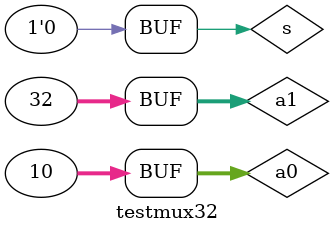
<source format=v>
`timescale 1ns / 1ps


module testmux32;

	// Inputs
	reg [31:0] a0;
	reg [31:0] a1;
	reg s;

	// Outputs
	wire [31:0] y;

	// Instantiate the Unit Under Test (UUT)
	mux2x32 uut (
		.a0(a0), 
		.a1(a1), 
		.s(s), 
		.y(y)
	);

	initial begin
		// Initialize Inputs
		a0 = 10;
		a1 = 32;
		s = 0;

		// Wait 100 ns for global reset to finish
		#100;
      s = 1;
		#100;
		s = 0;
		// Add stimulus here

	end
      
endmodule


</source>
